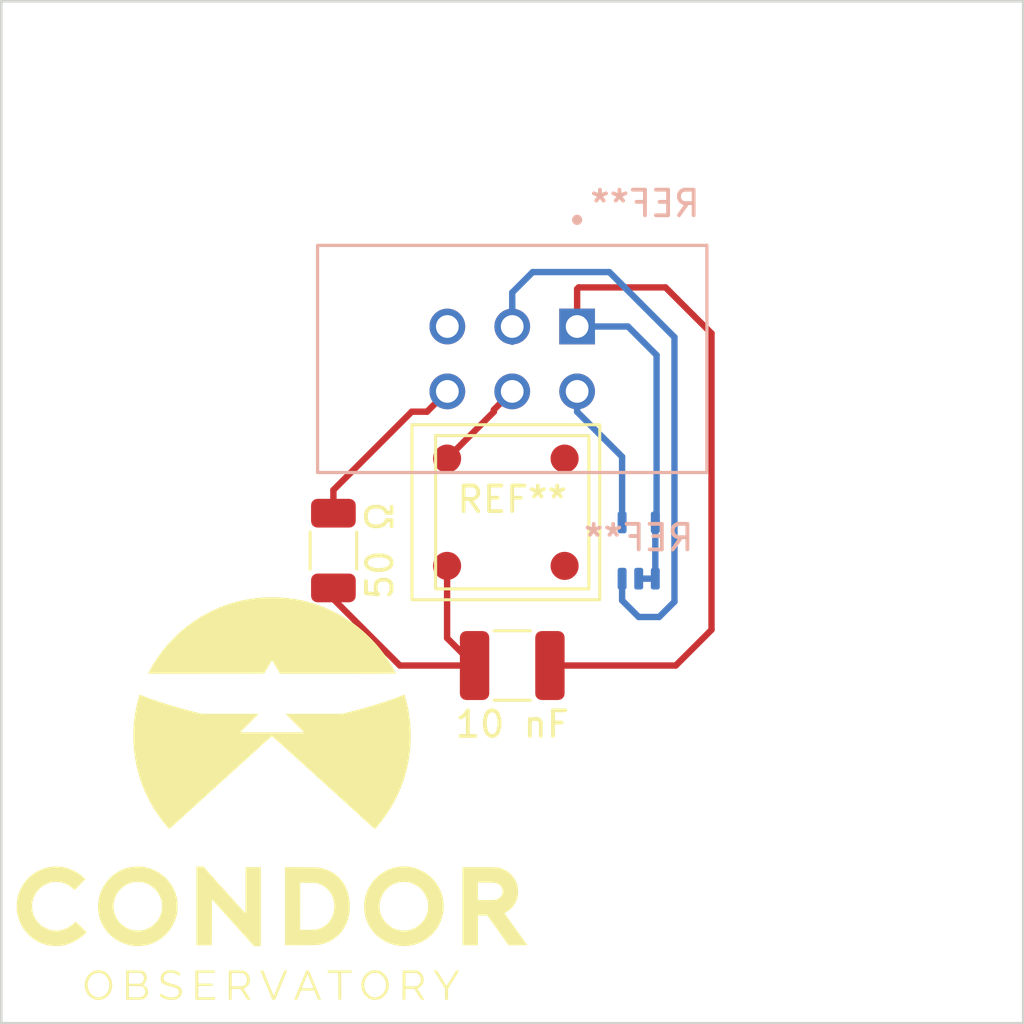
<source format=kicad_pcb>
(kicad_pcb (version 20211014) (generator pcbnew)
  (layers (0 "F.Cu" signal) (31 "B.Cu" signal) (34 "B.Paste" user) (35 "F.Paste" user) (36 "B.SilkS" user "B.Silkscreen") (37 "F.SilkS" user "F.Silkscreen") (38 "B.Mask" user) (39 "F.Mask" user) (44 "Edge.Cuts" user))
  (net 0 "")
  (footprint "Symbol:condor_logo_2cm" (layer "F.Cu") (at 165.6 111.2)
    (fp_text reference "G***" hide)
    (fp_text value "LOGO" hide)
  )
  (footprint "SiPM:S13360-6025PE" (layer "F.Cu") (at 175 100)
    (fp_text reference "REF**" (at 0 -0.5 unlocked) (layer "F.SilkS"))
    (fp_text value "S13360-6025PE")
    (pad "1" smd circle (at 2.05 -2.1) (size 1.1 1.1) (layers "F.Cu" "F.Paste" "F.Mask"))
    (pad "2" smd circle (at -2.55 -2.1) (size 1.1 1.1) (layers "F.Cu" "F.Paste" "F.Mask"))
    (pad "3" smd circle (at -2.55 2.1) (size 1.1 1.1) (layers "F.Cu" "F.Paste" "F.Mask"))
    (pad "4" smd circle (at 2.05 2.1) (size 1.1 1.1) (layers "F.Cu" "F.Paste" "F.Mask"))
  )
  (footprint "Resistor_SMD:R_1206_3216Metric" (layer "F.Cu") (at 168 101.5 -90)
    (fp_text reference "50 Ω" (at 0 -1.82 -90) (layer "F.SilkS"))
    (fp_text value "R_1206_3216Metric")
    (pad "1" smd roundrect (at -1.4625 0 270) (size 1.125 1.75) (layers "F.Cu" "F.Paste" "F.Mask") (roundrect_rratio 0.2222222222))
    (pad "2" smd roundrect (at 1.4625 0 270) (size 1.125 1.75) (layers "F.Cu" "F.Paste" "F.Mask") (roundrect_rratio 0.2222222222))
  )
  (footprint "Capacitor_SMD:C_1210_3225Metric" (layer "F.Cu") (at 175 106 180)
    (fp_text reference "10 nF" (at 0 -2.3 180) (layer "F.SilkS"))
    (fp_text value "C_1210_3225Metric")
    (pad "1" smd roundrect (at -1.475 0 180) (size 1.15 2.7) (layers "F.Cu" "F.Paste" "F.Mask") (roundrect_rratio 0.2173913043))
    (pad "2" smd roundrect (at 1.475 0 180) (size 1.15 2.7) (layers "F.Cu" "F.Paste" "F.Mask") (roundrect_rratio 0.2173913043))
  )
  (footprint "Sensor:LM94021QBIMG-NOPB" (layer "B.Cu") (at 179.95 101.5 180)
    (fp_text reference "REF**" (at 0 0.5 unlocked) (layer "B.SilkS") (effects (justify mirror)))
    (fp_text value "LM94021QBIMG-NOPB")
    (pad "1" smd roundrect (at -0.65 -1.1 180) (size 0.35 0.85) (layers "B.Cu" "B.Paste" "B.Mask"))
    (pad "2" smd roundrect (at 0 -1.1 180) (size 0.35 0.85) (layers "B.Cu" "B.Paste" "B.Mask"))
    (pad "3" smd roundrect (at 0.65 -1.1 180) (size 0.35 0.85) (layers "B.Cu" "B.Paste" "B.Mask"))
    (pad "4" smd roundrect (at 0.65 1.1 180) (size 0.35 0.85) (layers "B.Cu" "B.Paste" "B.Mask"))
    (pad "5" smd roundrect (at -0.65 1.1 180) (size 0.35 0.85) (layers "B.Cu" "B.Paste" "B.Mask"))
  )
  (footprint "Connector_TE-Connectivity:TE_2-1761679-1" (layer "B.Cu") (at 175 94 180)
    (fp_text reference "REF**" (at -5.195 6.08) (layer "B.SilkS") (effects (justify mirror)))
    (fp_text value "TE_2-1761679-1")
    (pad "1" thru_hole rect locked (at -2.54 1.27 180) (size 1.398 1.398) (drill 0.89) (layers *.Cu *.Mask))
    (pad "2" thru_hole circle locked (at 0 1.27 180) (size 1.398 1.398) (drill 0.89) (layers *.Cu *.Mask))
    (pad "3" thru_hole circle locked (at 2.54 1.27 180) (size 1.398 1.398) (drill 0.89) (layers *.Cu *.Mask))
    (pad "4" thru_hole circle locked (at -2.54 -1.27 180) (size 1.398 1.398) (drill 0.89) (layers *.Cu *.Mask))
    (pad "5" thru_hole circle locked (at 0 -1.27 180) (size 1.398 1.398) (drill 0.89) (layers *.Cu *.Mask))
    (pad "6" thru_hole circle locked (at 2.54 -1.27 180) (size 1.398 1.398) (drill 0.89) (layers *.Cu *.Mask))
  )
  (gr_rect (start 195 120) (end 155 80) (layer "Edge.Cuts") (width 0.1) (fill none))
  (segment (start 171.665 96.065) (end 172.46 95.27) (width 0.25) (layer "F.Cu") (net 0))
  (segment (start 172.45 97.9) (end 174.28 96.07) (width 0.25) (layer "F.Cu") (net 0))
  (segment (start 174.28 96.07) (end 174.28 95.99) (width 0.25) (layer "F.Cu") (net 0))
  (segment (start 182.8 93) (end 181 91.2) (width 0.25) (layer "F.Cu") (net 0))
  (segment (start 168 100.0375) (end 168 99.13) (width 0.25) (layer "F.Cu") (net 0))
  (segment (start 172.45 102.1) (end 172.45 104.925) (width 0.25) (layer "F.Cu") (net 0))
  (segment (start 171.07 96.07) (end 171.065 96.065) (width 0.25) (layer "F.Cu") (net 0))
  (segment (start 171.065 96.065) (end 171.665 96.065) (width 0.25) (layer "F.Cu") (net 0))
  (segment (start 177.6 91.2) (end 177.54 91.26) (width 0.25) (layer "F.Cu") (net 0))
  (segment (start 182.8 104.6) (end 182.8 93) (width 0.25) (layer "F.Cu") (net 0))
  (segment (start 170.6 106) (end 173.525 106) (width 0.25) (layer "F.Cu") (net 0))
  (segment (start 168 103.4) (end 170.6 106) (width 0.25) (layer "F.Cu") (net 0))
  (segment (start 168 99.13) (end 171.065 96.065) (width 0.25) (layer "F.Cu") (net 0))
  (segment (start 181.4 106) (end 182.8 104.6) (width 0.25) (layer "F.Cu") (net 0))
  (segment (start 177.54 91.26) (end 177.54 92.73) (width 0.25) (layer "F.Cu") (net 0))
  (segment (start 172.45 104.925) (end 173.525 106) (width 0.25) (layer "F.Cu") (net 0))
  (segment (start 181 91.2) (end 177.6 91.2) (width 0.25) (layer "F.Cu") (net 0))
  (segment (start 176.475 106) (end 181.4 106) (width 0.25) (layer "F.Cu") (net 0))
  (segment (start 174.28 95.99) (end 175 95.27) (width 0.25) (layer "F.Cu") (net 0))
  (segment (start 180.75 104.1) (end 181.35 103.5) (width 0.25) (layer "B.Cu") (net 0))
  (segment (start 181.35 93.15) (end 180 91.8) (width 0.25) (layer "B.Cu") (net 0))
  (segment (start 175 91.4) (end 175 92.73) (width 0.25) (layer "B.Cu") (net 0))
  (segment (start 179.53 92.73) (end 177.54 92.73) (width 0.25) (layer "B.Cu") (net 0))
  (segment (start 180.65 93.85) (end 180.13 93.33) (width 0.25) (layer "B.Cu") (net 0))
  (segment (start 177.54 96.07) (end 177.54 95.27) (width 0.25) (layer "B.Cu") (net 0))
  (segment (start 179.3 97.83) (end 179.3 100.4) (width 0.25) (layer "B.Cu") (net 0))
  (segment (start 180.6 102.6) (end 180.6 100.4) (width 0.25) (layer "B.Cu") (net 0))
  (segment (start 180.65 100.35) (end 180.65 93.85) (width 0.25) (layer "B.Cu") (net 0))
  (segment (start 180.6 100.4) (end 180.65 100.35) (width 0.25) (layer "B.Cu") (net 0))
  (segment (start 179.3 103.45) (end 179.95 104.1) (width 0.25) (layer "B.Cu") (net 0))
  (segment (start 180.13 93.33) (end 179.53 92.73) (width 0.25) (layer "B.Cu") (net 0))
  (segment (start 179.95 104.1) (end 180.75 104.1) (width 0.25) (layer "B.Cu") (net 0))
  (segment (start 175 91.8) (end 175 93.33) (width 0.25) (layer "B.Cu") (net 0))
  (segment (start 181.35 103.5) (end 181.35 93.15) (width 0.25) (layer "B.Cu") (net 0))
  (segment (start 177.54 96.07) (end 179.3 97.83) (width 0.25) (layer "B.Cu") (net 0))
  (segment (start 179.95 102.6) (end 180.6 102.6) (width 0.25) (layer "B.Cu") (net 0))
  (segment (start 178.8 90.6) (end 175.8 90.6) (width 0.25) (layer "B.Cu") (net 0))
  (segment (start 179.3 102.6) (end 179.3 103.45) (width 0.25) (layer "B.Cu") (net 0))
  (segment (start 180 91.8) (end 178.8 90.6) (width 0.25) (layer "B.Cu") (net 0))
  (segment (start 175.8 90.6) (end 175 91.4) (width 0.25) (layer "B.Cu") (net 0))
)
</source>
